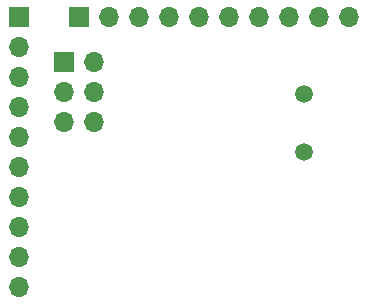
<source format=gbr>
%TF.GenerationSoftware,KiCad,Pcbnew,(5.1.9)-1*%
%TF.CreationDate,2021-04-29T17:58:46+08:00*%
%TF.ProjectId,arduino_pro_mini,61726475-696e-46f5-9f70-726f5f6d696e,rev?*%
%TF.SameCoordinates,Original*%
%TF.FileFunction,Soldermask,Bot*%
%TF.FilePolarity,Negative*%
%FSLAX46Y46*%
G04 Gerber Fmt 4.6, Leading zero omitted, Abs format (unit mm)*
G04 Created by KiCad (PCBNEW (5.1.9)-1) date 2021-04-29 17:58:46*
%MOMM*%
%LPD*%
G01*
G04 APERTURE LIST*
%ADD10O,1.700000X1.700000*%
%ADD11R,1.700000X1.700000*%
%ADD12C,1.500000*%
G04 APERTURE END LIST*
D10*
%TO.C,J1*%
X148590000Y-41910000D03*
X146050000Y-41910000D03*
X148590000Y-39370000D03*
X146050000Y-39370000D03*
X148590000Y-36830000D03*
D11*
X146050000Y-36830000D03*
%TD*%
D12*
%TO.C,Y1*%
X166370000Y-39570000D03*
X166370000Y-44450000D03*
%TD*%
D10*
%TO.C,J3*%
X142240000Y-55880000D03*
X142240000Y-53340000D03*
X142240000Y-50800000D03*
X142240000Y-48260000D03*
X142240000Y-45720000D03*
X142240000Y-43180000D03*
X142240000Y-40640000D03*
X142240000Y-38100000D03*
X142240000Y-35560000D03*
D11*
X142240000Y-33020000D03*
%TD*%
D10*
%TO.C,J2*%
X170180000Y-33020000D03*
X167640000Y-33020000D03*
X165100000Y-33020000D03*
X162560000Y-33020000D03*
X160020000Y-33020000D03*
X157480000Y-33020000D03*
X154940000Y-33020000D03*
X152400000Y-33020000D03*
X149860000Y-33020000D03*
D11*
X147320000Y-33020000D03*
%TD*%
M02*

</source>
